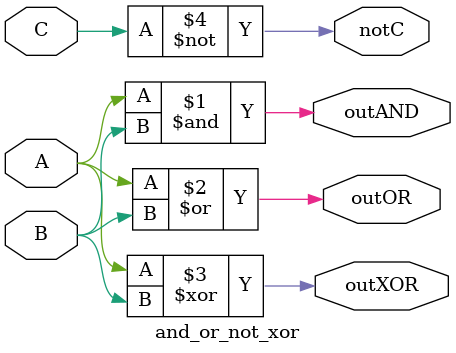
<source format=v>
`timescale 1ns / 1ps


module and_or_not_xor(
    input A,
    input B,
    input C,
    output outAND,
    output outOR,
    output outXOR,
    output notC
    );
    
    assign outAND = A & B;
    assign outOR = A | B;
    assign outXOR = A ^ B;
    assign notC = ~C;
    
endmodule

</source>
